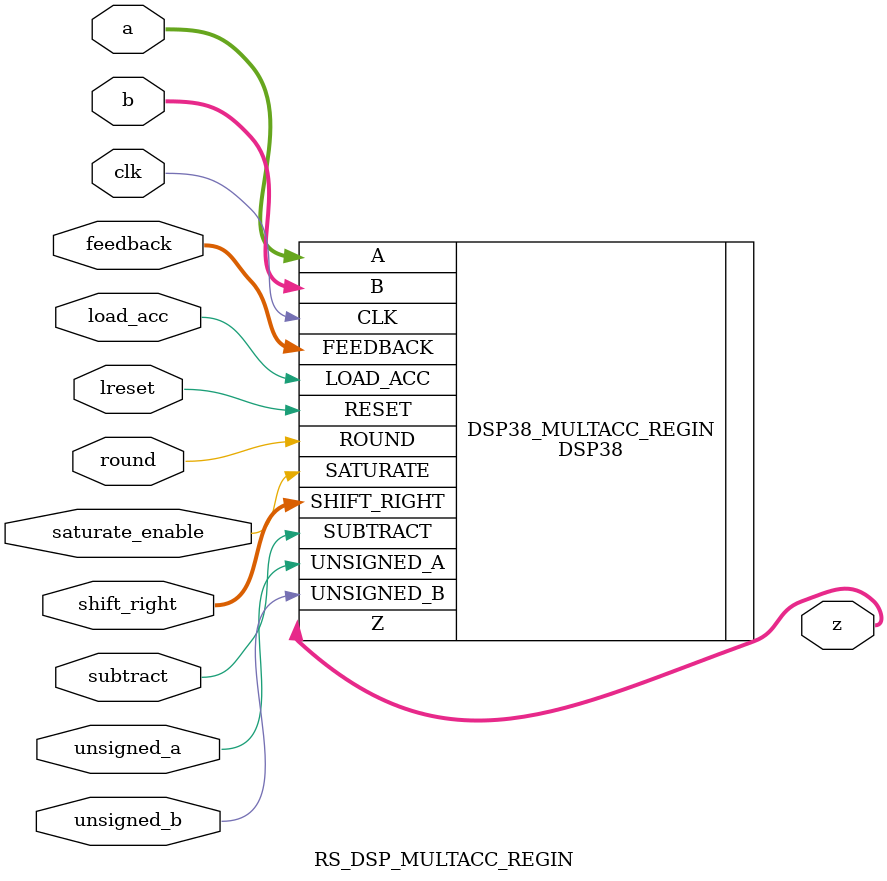
<source format=v>
module RS_DSP_MULTACC_REGIN (
    input  wire [19:0] a,
    input  wire [17:0] b,
    output wire [37:0] z,

    (* clkbuf_sink *)
    input  wire        clk,
    input  wire        lreset,

    input  wire [ 2:0] feedback,
    input  wire        load_acc,
    input  wire        unsigned_a,
    input  wire        unsigned_b,

    input  wire        saturate_enable,
    input  wire [ 5:0] shift_right,
    input  wire        round,
    input  wire        subtract
);

DSP38 #(
    .DSP_MODE("MULTIPLY_ACCUMULATE"),
    .OUTPUT_REG_EN("FALSE"),
    .INPUT_REG_EN("TRUE")
) DSP38_MULTACC_REGIN (
    .A(a),
    .B(b),
    .Z(z),
    .FEEDBACK(feedback),
    .UNSIGNED_A(unsigned_a),
    .UNSIGNED_B(unsigned_b),
    .CLK(clk),
    .RESET(lreset),
    .LOAD_ACC(load_acc),
    .SATURATE(saturate_enable),
    .SHIFT_RIGHT(shift_right),
    .ROUND(round),
    .SUBTRACT(subtract)
);

endmodule

</source>
